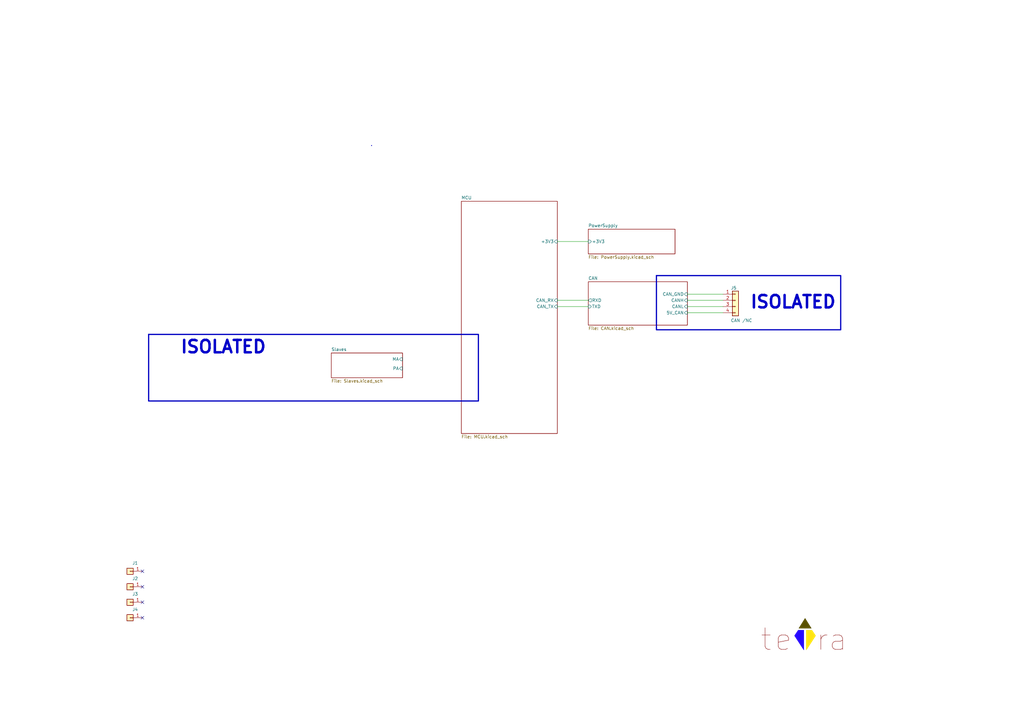
<source format=kicad_sch>
(kicad_sch
	(version 20231120)
	(generator "eeschema")
	(generator_version "8.0")
	(uuid "6a86ff6f-b159-4c4c-8a40-e732cc82e010")
	(paper "A3")
	(title_block
		(title "BMS-Master")
		(date "2024-07-23")
		(rev "V2")
		(company "teTra")
	)
	(lib_symbols
		(symbol "Connector_Generic:Conn_01x01"
			(pin_names
				(offset 1.016) hide)
			(exclude_from_sim no)
			(in_bom yes)
			(on_board yes)
			(property "Reference" "J"
				(at 0 2.54 0)
				(effects
					(font
						(size 1.27 1.27)
					)
				)
			)
			(property "Value" "Conn_01x01"
				(at 0 -2.54 0)
				(effects
					(font
						(size 1.27 1.27)
					)
				)
			)
			(property "Footprint" ""
				(at 0 0 0)
				(effects
					(font
						(size 1.27 1.27)
					)
					(hide yes)
				)
			)
			(property "Datasheet" "~"
				(at 0 0 0)
				(effects
					(font
						(size 1.27 1.27)
					)
					(hide yes)
				)
			)
			(property "Description" "Generic connector, single row, 01x01, script generated (kicad-library-utils/schlib/autogen/connector/)"
				(at 0 0 0)
				(effects
					(font
						(size 1.27 1.27)
					)
					(hide yes)
				)
			)
			(property "ki_keywords" "connector"
				(at 0 0 0)
				(effects
					(font
						(size 1.27 1.27)
					)
					(hide yes)
				)
			)
			(property "ki_fp_filters" "Connector*:*_1x??_*"
				(at 0 0 0)
				(effects
					(font
						(size 1.27 1.27)
					)
					(hide yes)
				)
			)
			(symbol "Conn_01x01_1_1"
				(rectangle
					(start -1.27 0.127)
					(end 0 -0.127)
					(stroke
						(width 0.1524)
						(type default)
					)
					(fill
						(type none)
					)
				)
				(rectangle
					(start -1.27 1.27)
					(end 1.27 -1.27)
					(stroke
						(width 0.254)
						(type default)
					)
					(fill
						(type background)
					)
				)
				(pin passive line
					(at -5.08 0 0)
					(length 3.81)
					(name "Pin_1"
						(effects
							(font
								(size 1.27 1.27)
							)
						)
					)
					(number "1"
						(effects
							(font
								(size 1.27 1.27)
							)
						)
					)
				)
			)
		)
		(symbol "Connector_Generic:Conn_01x04"
			(pin_names
				(offset 1.016) hide)
			(exclude_from_sim no)
			(in_bom yes)
			(on_board yes)
			(property "Reference" "J"
				(at 0 5.08 0)
				(effects
					(font
						(size 1.27 1.27)
					)
				)
			)
			(property "Value" "Conn_01x04"
				(at 0 -7.62 0)
				(effects
					(font
						(size 1.27 1.27)
					)
				)
			)
			(property "Footprint" "Connector_PinHeader_2.54mm:PinHeader_1x04_P2.54mm_Vertical"
				(at 0 0 0)
				(effects
					(font
						(size 1.27 1.27)
					)
					(hide yes)
				)
			)
			(property "Datasheet" "~"
				(at 0 0 0)
				(effects
					(font
						(size 1.27 1.27)
					)
					(hide yes)
				)
			)
			(property "Description" "Generic connector, single row, 01x04, script generated (kicad-library-utils/schlib/autogen/connector/)"
				(at 0 0 0)
				(effects
					(font
						(size 1.27 1.27)
					)
					(hide yes)
				)
			)
			(property "ki_keywords" "connector"
				(at 0 0 0)
				(effects
					(font
						(size 1.27 1.27)
					)
					(hide yes)
				)
			)
			(property "ki_fp_filters" "Connector*:*_1x??_*"
				(at 0 0 0)
				(effects
					(font
						(size 1.27 1.27)
					)
					(hide yes)
				)
			)
			(symbol "Conn_01x04_1_1"
				(rectangle
					(start -1.27 -4.953)
					(end 0 -5.207)
					(stroke
						(width 0.1524)
						(type default)
					)
					(fill
						(type none)
					)
				)
				(rectangle
					(start -1.27 -2.413)
					(end 0 -2.667)
					(stroke
						(width 0.1524)
						(type default)
					)
					(fill
						(type none)
					)
				)
				(rectangle
					(start -1.27 0.127)
					(end 0 -0.127)
					(stroke
						(width 0.1524)
						(type default)
					)
					(fill
						(type none)
					)
				)
				(rectangle
					(start -1.27 2.667)
					(end 0 2.413)
					(stroke
						(width 0.1524)
						(type default)
					)
					(fill
						(type none)
					)
				)
				(rectangle
					(start -1.27 3.81)
					(end 1.27 -6.35)
					(stroke
						(width 0.254)
						(type default)
					)
					(fill
						(type background)
					)
				)
				(pin passive line
					(at -5.08 2.54 0)
					(length 3.81)
					(name "Pin_1"
						(effects
							(font
								(size 1.27 1.27)
							)
						)
					)
					(number "1"
						(effects
							(font
								(size 1.27 1.27)
							)
						)
					)
				)
				(pin passive line
					(at -5.08 0 0)
					(length 3.81)
					(name "Pin_2"
						(effects
							(font
								(size 1.27 1.27)
							)
						)
					)
					(number "2"
						(effects
							(font
								(size 1.27 1.27)
							)
						)
					)
				)
				(pin passive line
					(at -5.08 -2.54 0)
					(length 3.81)
					(name "Pin_3"
						(effects
							(font
								(size 1.27 1.27)
							)
						)
					)
					(number "3"
						(effects
							(font
								(size 1.27 1.27)
							)
						)
					)
				)
				(pin passive line
					(at -5.08 -5.08 0)
					(length 3.81)
					(name "Pin_4"
						(effects
							(font
								(size 1.27 1.27)
							)
						)
					)
					(number "4"
						(effects
							(font
								(size 1.27 1.27)
							)
						)
					)
				)
			)
		)
		(symbol "Graphic:Logo_Tetra"
			(exclude_from_sim no)
			(in_bom yes)
			(on_board yes)
			(property "Reference" "U"
				(at -0.762 0 0)
				(effects
					(font
						(size 1.27 1.27)
					)
				)
			)
			(property "Value" ""
				(at -0.762 0 0)
				(effects
					(font
						(size 1.27 1.27)
					)
				)
			)
			(property "Footprint" ""
				(at -0.762 0 0)
				(effects
					(font
						(size 1.27 1.27)
					)
					(hide yes)
				)
			)
			(property "Datasheet" ""
				(at -0.762 0 0)
				(effects
					(font
						(size 1.27 1.27)
					)
					(hide yes)
				)
			)
			(property "Description" ""
				(at -0.762 0 0)
				(effects
					(font
						(size 1.27 1.27)
					)
					(hide yes)
				)
			)
			(symbol "Logo_Tetra_1_1"
				(polyline
					(pts
						(xy 0 7.366) (xy -2.54 3.302) (xy 2.54 3.302) (xy 0 7.366)
					)
					(stroke
						(width 0)
						(type default)
						(color 88 80 0 1)
					)
					(fill
						(type color)
						(color 88 80 0 1)
					)
				)
				(polyline
					(pts
						(xy -0.508 2.54) (xy -2.794 2.54) (xy -4.318 0.254) (xy -0.508 -5.588) (xy -0.508 2.54)
					)
					(stroke
						(width 0)
						(type default)
						(color 38 9 255 1)
					)
					(fill
						(type color)
						(color 38 9 255 1)
					)
				)
				(polyline
					(pts
						(xy 0.508 2.54) (xy 2.794 2.54) (xy 4.318 0.254) (xy 0.508 -5.588) (xy 0.508 2.54)
					)
					(stroke
						(width 0)
						(type default)
						(color 255 228 16 1)
					)
					(fill
						(type color)
						(color 255 228 16 1)
					)
				)
				(text "a"
					(at 13.462 -1.27 0)
					(effects
						(font
							(face "KiCad Font")
							(size 8.89 8.89)
						)
					)
				)
				(text "e"
					(at -8.89 -1.27 0)
					(effects
						(font
							(face "KiCad Font")
							(size 8.89 8.89)
						)
					)
				)
				(text "r"
					(at 7.112 -1.27 0)
					(effects
						(font
							(size 8.89 8.89)
						)
					)
				)
				(text "t"
					(at -16.002 -1.27 0)
					(effects
						(font
							(size 8.89 8.89)
						)
					)
				)
			)
		)
	)
	(no_connect
		(at 58.42 240.665)
		(uuid "063586cc-a580-48fd-89cd-ea9799bd846b")
	)
	(no_connect
		(at 58.42 247.015)
		(uuid "1032ec73-d384-495a-9208-3a628c10ef07")
	)
	(no_connect
		(at 58.42 234.315)
		(uuid "22f3973b-66c5-4045-8727-c2cdf1ca18f9")
	)
	(no_connect
		(at 58.42 253.365)
		(uuid "f48ff6f6-9760-4e31-a4e0-4b910cd0768e")
	)
	(wire
		(pts
			(xy 228.6 125.73) (xy 241.3 125.73)
		)
		(stroke
			(width 0)
			(type default)
		)
		(uuid "46e88a53-ed75-4660-bc1c-c2b95c9941ac")
	)
	(wire
		(pts
			(xy 228.6 99.06) (xy 241.3 99.06)
		)
		(stroke
			(width 0)
			(type default)
		)
		(uuid "564eaa5a-c668-48e7-8ea3-684b59fc4b93")
	)
	(wire
		(pts
			(xy 296.545 125.73) (xy 281.94 125.73)
		)
		(stroke
			(width 0)
			(type default)
		)
		(uuid "838f6985-0327-41c6-8dbe-9a7f9dc3e182")
	)
	(wire
		(pts
			(xy 281.94 123.19) (xy 296.545 123.19)
		)
		(stroke
			(width 0)
			(type default)
		)
		(uuid "a818bd30-8138-4cda-908e-843677812338")
	)
	(wire
		(pts
			(xy 228.6 123.19) (xy 241.3 123.19)
		)
		(stroke
			(width 0)
			(type default)
		)
		(uuid "bc7dd930-2602-4e2e-93c3-9599f2f9060b")
	)
	(wire
		(pts
			(xy 296.545 120.65) (xy 281.94 120.65)
		)
		(stroke
			(width 0)
			(type default)
		)
		(uuid "e37e31ce-5374-4011-af1c-816030314276")
	)
	(wire
		(pts
			(xy 281.94 128.27) (xy 296.545 128.27)
		)
		(stroke
			(width 0)
			(type default)
		)
		(uuid "fb0d7c1a-9a7c-4189-9d0b-0aabda2cc7d2")
	)
	(rectangle
		(start 152.4 59.69)
		(end 152.4 59.69)
		(stroke
			(width 0)
			(type default)
		)
		(fill
			(type none)
		)
		(uuid 16ed3026-92db-43e4-94ce-cb9942d539a9)
	)
	(rectangle
		(start 152.4 59.69)
		(end 152.4 59.69)
		(stroke
			(width 0)
			(type default)
		)
		(fill
			(type none)
		)
		(uuid 223aa8e8-e165-46dc-8004-d0f7a65ecba6)
	)
	(rectangle
		(start 152.4 59.69)
		(end 152.4 59.69)
		(stroke
			(width 0)
			(type default)
		)
		(fill
			(type none)
		)
		(uuid 2fcede93-9de7-495d-a723-2d73c73c7b6f)
	)
	(rectangle
		(start 152.4 59.69)
		(end 152.4 59.69)
		(stroke
			(width 0)
			(type default)
		)
		(fill
			(type none)
		)
		(uuid 5fbfa526-c30f-47f6-8144-7f30cec9d859)
	)
	(rectangle
		(start 152.4 59.69)
		(end 152.4 59.69)
		(stroke
			(width 0)
			(type default)
		)
		(fill
			(type none)
		)
		(uuid 6417f53f-a88b-4d4d-99b7-072470c6c0a0)
	)
	(rectangle
		(start 152.4 59.69)
		(end 152.4 59.69)
		(stroke
			(width 0)
			(type default)
		)
		(fill
			(type none)
		)
		(uuid 761ccd63-a067-48de-bb96-f182215cb15d)
	)
	(rectangle
		(start 152.4 59.69)
		(end 152.4 59.69)
		(stroke
			(width 0)
			(type default)
		)
		(fill
			(type none)
		)
		(uuid 7833effb-1ef3-4514-9423-6ce15b0e7601)
	)
	(rectangle
		(start 152.4 59.69)
		(end 152.4 59.69)
		(stroke
			(width 0)
			(type default)
		)
		(fill
			(type none)
		)
		(uuid 84c90483-45a3-4739-b73e-9c011eb5a6b3)
	)
	(rectangle
		(start 152.4 59.69)
		(end 152.4 59.69)
		(stroke
			(width 0)
			(type default)
		)
		(fill
			(type none)
		)
		(uuid a44f9e23-e56b-46ab-98e0-a509f1df9112)
	)
	(rectangle
		(start 152.4 59.69)
		(end 152.4 59.69)
		(stroke
			(width 0)
			(type default)
		)
		(fill
			(type none)
		)
		(uuid a6c3c0d5-36dd-4850-b1a5-9e9d33dbee96)
	)
	(rectangle
		(start 152.4 59.69)
		(end 152.4 59.69)
		(stroke
			(width 0)
			(type default)
		)
		(fill
			(type none)
		)
		(uuid cc05d2e2-b228-431e-bdc0-e0860c04d0cb)
	)
	(rectangle
		(start 269.24 113.03)
		(end 344.805 135.255)
		(stroke
			(width 0.5)
			(type default)
		)
		(fill
			(type none)
		)
		(uuid d1641d51-57d4-43f0-bc53-8f624be3d3a1)
	)
	(rectangle
		(start 152.4 59.69)
		(end 152.4 59.69)
		(stroke
			(width 0)
			(type default)
		)
		(fill
			(type none)
		)
		(uuid d8735071-f685-4511-9a51-ec1dbf78025d)
	)
	(rectangle
		(start 152.4 59.69)
		(end 152.4 59.69)
		(stroke
			(width 0)
			(type default)
		)
		(fill
			(type none)
		)
		(uuid ea6bb95e-e93f-4e24-b732-f58cac2dd5b5)
	)
	(rectangle
		(start 152.4 59.69)
		(end 152.4 59.69)
		(stroke
			(width 0)
			(type default)
		)
		(fill
			(type none)
		)
		(uuid ec13c14f-f372-47c6-8a1b-793204123c6b)
	)
	(rectangle
		(start 60.96 137.16)
		(end 196.215 164.465)
		(stroke
			(width 0.5)
			(type default)
		)
		(fill
			(type none)
		)
		(uuid ecd79333-2b26-4913-bd9c-63cb6b9965e8)
	)
	(rectangle
		(start 152.4 59.69)
		(end 152.4 59.69)
		(stroke
			(width 0)
			(type default)
		)
		(fill
			(type none)
		)
		(uuid ef661221-3ee0-456b-8605-67b88b2feaa8)
	)
	(rectangle
		(start 152.4 59.69)
		(end 152.4 59.69)
		(stroke
			(width 0)
			(type default)
		)
		(fill
			(type none)
		)
		(uuid fd9b1398-e4ca-40d7-b486-76ff1cab045d)
	)
	(text "ISOLATED"
		(exclude_from_sim no)
		(at 73.66 145.415 0)
		(effects
			(font
				(size 5.08 5.08)
				(thickness 1.016)
				(bold yes)
			)
			(justify left bottom)
		)
		(uuid "2f72da79-bdf8-4579-9ed1-a83544662245")
	)
	(text "ISOLATED"
		(exclude_from_sim no)
		(at 307.34 127 0)
		(effects
			(font
				(size 5.08 5.08)
				(thickness 1.016)
				(bold yes)
			)
			(justify left bottom)
		)
		(uuid "ad00bf51-f311-4529-b191-851f619e2a99")
	)
	(symbol
		(lib_id "Connector_Generic:Conn_01x01")
		(at 53.34 234.315 180)
		(unit 1)
		(exclude_from_sim no)
		(in_bom yes)
		(on_board yes)
		(dnp no)
		(uuid "14c9baf5-26bb-450a-95bd-8c9a4b49d6a4")
		(property "Reference" "J1"
			(at 55.4228 230.9368 0)
			(effects
				(font
					(size 1.27 1.27)
				)
			)
		)
		(property "Value" "Hole /NC"
			(at 55.4228 230.9114 0)
			(effects
				(font
					(size 1.27 1.27)
				)
				(hide yes)
			)
		)
		(property "Footprint" "MountingHole:MountingHole_3.2mm_M3_ISO7380_Pad"
			(at 53.34 234.315 0)
			(effects
				(font
					(size 1.27 1.27)
				)
				(hide yes)
			)
		)
		(property "Datasheet" "~"
			(at 53.34 234.315 0)
			(effects
				(font
					(size 1.27 1.27)
				)
				(hide yes)
			)
		)
		(property "Description" ""
			(at 53.34 234.315 0)
			(effects
				(font
					(size 1.27 1.27)
				)
				(hide yes)
			)
		)
		(property "MPN" "N/A"
			(at 53.34 234.315 0)
			(effects
				(font
					(size 1.27 1.27)
				)
				(hide yes)
			)
		)
		(pin "1"
			(uuid "ead4ebea-108e-4516-8b66-8e8b7f754ea0")
		)
		(instances
			(project "LTC6811_ESP32_V1p21"
				(path "/6a86ff6f-b159-4c4c-8a40-e732cc82e010"
					(reference "J1")
					(unit 1)
				)
			)
			(project "LTC6811"
				(path "/c4061cfa-a05d-44c7-ba89-bb211c8b143a"
					(reference "J?")
					(unit 1)
				)
			)
		)
	)
	(symbol
		(lib_id "Connector_Generic:Conn_01x01")
		(at 53.34 240.665 180)
		(unit 1)
		(exclude_from_sim no)
		(in_bom yes)
		(on_board yes)
		(dnp no)
		(uuid "8a2e89e0-4d88-47d1-9c9d-dd4806326183")
		(property "Reference" "J2"
			(at 55.4228 237.2868 0)
			(effects
				(font
					(size 1.27 1.27)
				)
			)
		)
		(property "Value" "Hole /NC"
			(at 55.4228 237.2614 0)
			(effects
				(font
					(size 1.27 1.27)
				)
				(hide yes)
			)
		)
		(property "Footprint" "MountingHole:MountingHole_3.2mm_M3_ISO7380_Pad"
			(at 53.34 240.665 0)
			(effects
				(font
					(size 1.27 1.27)
				)
				(hide yes)
			)
		)
		(property "Datasheet" "~"
			(at 53.34 240.665 0)
			(effects
				(font
					(size 1.27 1.27)
				)
				(hide yes)
			)
		)
		(property "Description" ""
			(at 53.34 240.665 0)
			(effects
				(font
					(size 1.27 1.27)
				)
				(hide yes)
			)
		)
		(property "MPN" "N/A"
			(at 53.34 240.665 0)
			(effects
				(font
					(size 1.27 1.27)
				)
				(hide yes)
			)
		)
		(pin "1"
			(uuid "1d4c8cfb-70c1-4098-8eeb-3ed5d39d6e8b")
		)
		(instances
			(project "LTC6811_ESP32_V1p21"
				(path "/6a86ff6f-b159-4c4c-8a40-e732cc82e010"
					(reference "J2")
					(unit 1)
				)
			)
			(project "LTC6811"
				(path "/c4061cfa-a05d-44c7-ba89-bb211c8b143a"
					(reference "J?")
					(unit 1)
				)
			)
		)
	)
	(symbol
		(lib_id "Connector_Generic:Conn_01x01")
		(at 53.34 247.015 180)
		(unit 1)
		(exclude_from_sim no)
		(in_bom yes)
		(on_board yes)
		(dnp no)
		(uuid "8bb2778d-bd02-4535-aa6e-74bedd04d6ad")
		(property "Reference" "J3"
			(at 55.4228 243.6368 0)
			(effects
				(font
					(size 1.27 1.27)
				)
			)
		)
		(property "Value" "Hole /NC"
			(at 55.4228 243.6114 0)
			(effects
				(font
					(size 1.27 1.27)
				)
				(hide yes)
			)
		)
		(property "Footprint" "MountingHole:MountingHole_3.2mm_M3_ISO7380_Pad"
			(at 53.34 247.015 0)
			(effects
				(font
					(size 1.27 1.27)
				)
				(hide yes)
			)
		)
		(property "Datasheet" "~"
			(at 53.34 247.015 0)
			(effects
				(font
					(size 1.27 1.27)
				)
				(hide yes)
			)
		)
		(property "Description" ""
			(at 53.34 247.015 0)
			(effects
				(font
					(size 1.27 1.27)
				)
				(hide yes)
			)
		)
		(property "MPN" "N/A"
			(at 53.34 247.015 0)
			(effects
				(font
					(size 1.27 1.27)
				)
				(hide yes)
			)
		)
		(pin "1"
			(uuid "101ee9da-b5f8-4c0b-b96c-ee1ee27031c9")
		)
		(instances
			(project "LTC6811_ESP32_V1p21"
				(path "/6a86ff6f-b159-4c4c-8a40-e732cc82e010"
					(reference "J3")
					(unit 1)
				)
			)
			(project "LTC6811"
				(path "/c4061cfa-a05d-44c7-ba89-bb211c8b143a"
					(reference "J?")
					(unit 1)
				)
			)
		)
	)
	(symbol
		(lib_id "Connector_Generic:Conn_01x01")
		(at 53.34 253.365 180)
		(unit 1)
		(exclude_from_sim no)
		(in_bom yes)
		(on_board yes)
		(dnp no)
		(uuid "92debd96-33ac-4027-b04a-6747f6db4290")
		(property "Reference" "J4"
			(at 55.4228 249.9868 0)
			(effects
				(font
					(size 1.27 1.27)
				)
			)
		)
		(property "Value" "Hole /NC"
			(at 55.4228 249.9614 0)
			(effects
				(font
					(size 1.27 1.27)
				)
				(hide yes)
			)
		)
		(property "Footprint" "MountingHole:MountingHole_3.2mm_M3_ISO7380_Pad"
			(at 53.34 253.365 0)
			(effects
				(font
					(size 1.27 1.27)
				)
				(hide yes)
			)
		)
		(property "Datasheet" "~"
			(at 53.34 253.365 0)
			(effects
				(font
					(size 1.27 1.27)
				)
				(hide yes)
			)
		)
		(property "Description" ""
			(at 53.34 253.365 0)
			(effects
				(font
					(size 1.27 1.27)
				)
				(hide yes)
			)
		)
		(property "MPN" "N/A"
			(at 53.34 253.365 0)
			(effects
				(font
					(size 1.27 1.27)
				)
				(hide yes)
			)
		)
		(pin "1"
			(uuid "f8294e80-7530-4474-a588-b397de900e85")
		)
		(instances
			(project "LTC6811_ESP32_V1p21"
				(path "/6a86ff6f-b159-4c4c-8a40-e732cc82e010"
					(reference "J4")
					(unit 1)
				)
			)
			(project "LTC6811"
				(path "/c4061cfa-a05d-44c7-ba89-bb211c8b143a"
					(reference "J?")
					(unit 1)
				)
			)
		)
	)
	(symbol
		(lib_id "Connector_Generic:Conn_01x04")
		(at 301.625 123.19 0)
		(unit 1)
		(exclude_from_sim no)
		(in_bom yes)
		(on_board yes)
		(dnp no)
		(uuid "dfa3421d-f1bc-4f8a-9f76-d385d7166dae")
		(property "Reference" "J5"
			(at 299.72 118.11 0)
			(effects
				(font
					(size 1.27 1.27)
				)
				(justify left)
			)
		)
		(property "Value" "CAN /NC"
			(at 299.72 131.445 0)
			(effects
				(font
					(size 1.27 1.27)
				)
				(justify left)
			)
		)
		(property "Footprint" "Connector_PinHeader_2.54mm:PinHeader_1x04_P2.54mm_Vertical"
			(at 301.625 123.19 0)
			(effects
				(font
					(size 1.27 1.27)
				)
				(hide yes)
			)
		)
		(property "Datasheet" "https://cdn.amphenol-cs.com/media/wysiwyg/files/drawing/g800wxxxxxxeu_1.pdf"
			(at 301.625 123.19 0)
			(effects
				(font
					(size 1.27 1.27)
				)
				(hide yes)
			)
		)
		(property "Description" "Connector Header Through Hole 4 position 0.100\" (2.54mm)"
			(at 301.625 123.19 0)
			(effects
				(font
					(size 1.27 1.27)
				)
				(hide yes)
			)
		)
		(property "Link" "https://www.digikey.jp/en/products/detail/amphenol-cs-commercial-products/G800W304018EU/13682993"
			(at 301.625 123.19 0)
			(effects
				(font
					(size 1.27 1.27)
				)
				(hide yes)
			)
		)
		(property "MPN" "G800W304018EU"
			(at 301.625 123.19 0)
			(effects
				(font
					(size 1.27 1.27)
				)
				(hide yes)
			)
		)
		(pin "1"
			(uuid "f76bcf01-8ff2-4de4-82eb-e304954d7389")
		)
		(pin "2"
			(uuid "f771fc59-f187-4166-b847-69c9d3e15f99")
		)
		(pin "3"
			(uuid "4428bf24-1201-47c2-ab28-ddef0301aaf6")
		)
		(pin "4"
			(uuid "8097647d-0e20-447c-a41a-8b4f28721bd1")
		)
		(instances
			(project "LTC6811_ESP32_V1p21"
				(path "/6a86ff6f-b159-4c4c-8a40-e732cc82e010"
					(reference "J5")
					(unit 1)
				)
			)
			(project "L9963E+ESP32"
				(path "/e9bba7f0-c10d-45df-9f8e-74901087917a"
					(reference "J?")
					(unit 1)
				)
			)
		)
	)
	(symbol
		(lib_id "Graphic:Logo_Tetra")
		(at 330.2 260.985 0)
		(unit 1)
		(exclude_from_sim no)
		(in_bom no)
		(on_board yes)
		(dnp no)
		(fields_autoplaced yes)
		(uuid "fa65b393-8ebe-4854-9176-2af361d7981a")
		(property "Reference" "LOGO1"
			(at 337.947 252.222 0)
			(effects
				(font
					(size 1.27 1.27)
				)
				(hide yes)
			)
		)
		(property "Value" "teTra /NC"
			(at 330.454 253.111 0)
			(effects
				(font
					(size 1.27 1.27)
				)
				(hide yes)
			)
		)
		(property "Footprint" "Symbol:teTra-LOGO"
			(at 329.438 260.985 0)
			(effects
				(font
					(size 1.27 1.27)
				)
				(hide yes)
			)
		)
		(property "Datasheet" ""
			(at 329.438 260.985 0)
			(effects
				(font
					(size 1.27 1.27)
				)
				(hide yes)
			)
		)
		(property "Description" ""
			(at 329.438 260.985 0)
			(effects
				(font
					(size 1.27 1.27)
				)
				(hide yes)
			)
		)
		(instances
			(project "LTC6811_ESP32_V1p21"
				(path "/6a86ff6f-b159-4c4c-8a40-e732cc82e010"
					(reference "LOGO1")
					(unit 1)
				)
			)
		)
	)
	(sheet
		(at 241.3 115.57)
		(size 40.64 17.78)
		(fields_autoplaced yes)
		(stroke
			(width 0)
			(type solid)
		)
		(fill
			(color 0 0 0 0.0000)
		)
		(uuid "00000000-0000-0000-0000-00005a91e16c")
		(property "Sheetname" "CAN"
			(at 241.3 114.8584 0)
			(effects
				(font
					(size 1.27 1.27)
				)
				(justify left bottom)
			)
		)
		(property "Sheetfile" "CAN.kicad_sch"
			(at 241.3 133.9346 0)
			(effects
				(font
					(size 1.27 1.27)
				)
				(justify left top)
			)
		)
		(pin "CANH" input
			(at 281.94 123.19 0)
			(effects
				(font
					(size 1.27 1.27)
				)
				(justify right)
			)
			(uuid "603cb568-ebc1-4fb6-ad4d-523b4f90a4ad")
		)
		(pin "CANL" input
			(at 281.94 125.73 0)
			(effects
				(font
					(size 1.27 1.27)
				)
				(justify right)
			)
			(uuid "dbc4cbb2-74f1-400f-839d-53dbbfc07e98")
		)
		(pin "5V_CAN" input
			(at 281.94 128.27 0)
			(effects
				(font
					(size 1.27 1.27)
				)
				(justify right)
			)
			(uuid "49bb8ecc-7616-40e5-ad46-d7cc552fff35")
		)
		(pin "CAN_GND" input
			(at 281.94 120.65 0)
			(effects
				(font
					(size 1.27 1.27)
				)
				(justify right)
			)
			(uuid "4b944d34-353b-447d-9456-5cc627305f7b")
		)
		(pin "RXD" output
			(at 241.3 123.19 180)
			(effects
				(font
					(size 1.27 1.27)
				)
				(justify left)
			)
			(uuid "e7c02fdc-da22-4866-ac26-2eac3a7cf0ac")
		)
		(pin "TXD" input
			(at 241.3 125.73 180)
			(effects
				(font
					(size 1.27 1.27)
				)
				(justify left)
			)
			(uuid "43930b09-b929-4bb1-977f-413e25e60f62")
		)
		(instances
			(project "LTC6811_ESP32_V2"
				(path "/6a86ff6f-b159-4c4c-8a40-e732cc82e010"
					(page "5")
				)
			)
		)
	)
	(sheet
		(at 189.23 82.55)
		(size 39.37 95.25)
		(fields_autoplaced yes)
		(stroke
			(width 0)
			(type solid)
		)
		(fill
			(color 0 0 0 0.0000)
		)
		(uuid "00000000-0000-0000-0000-00005ab72d4d")
		(property "Sheetname" "MCU"
			(at 189.23 81.8384 0)
			(effects
				(font
					(size 1.27 1.27)
				)
				(justify left bottom)
			)
		)
		(property "Sheetfile" "MCU.kicad_sch"
			(at 189.23 178.3846 0)
			(effects
				(font
					(size 1.27 1.27)
				)
				(justify left top)
			)
		)
		(pin "CAN_RX" input
			(at 228.6 123.19 0)
			(effects
				(font
					(size 1.27 1.27)
				)
				(justify right)
			)
			(uuid "d1826ec9-7344-48ad-b778-b6009e5bc8bd")
		)
		(pin "CAN_TX" input
			(at 228.6 125.73 0)
			(effects
				(font
					(size 1.27 1.27)
				)
				(justify right)
			)
			(uuid "6f79f6be-c76f-425b-a542-e6d60e8fa403")
		)
		(pin "+3V3" input
			(at 228.6 99.06 0)
			(effects
				(font
					(size 1.27 1.27)
				)
				(justify right)
			)
			(uuid "82fbfbb5-ea53-4cdd-8007-f46a8d4dc305")
		)
		(instances
			(project "LTC6811_ESP32_V2"
				(path "/6a86ff6f-b159-4c4c-8a40-e732cc82e010"
					(page "4")
				)
			)
		)
	)
	(sheet
		(at 241.3 93.98)
		(size 35.56 10.16)
		(fields_autoplaced yes)
		(stroke
			(width 0)
			(type solid)
		)
		(fill
			(color 0 0 0 0.0000)
		)
		(uuid "00000000-0000-0000-0000-00005ac18063")
		(property "Sheetname" "PowerSupply"
			(at 241.3 93.2684 0)
			(effects
				(font
					(size 1.27 1.27)
				)
				(justify left bottom)
			)
		)
		(property "Sheetfile" "PowerSupply.kicad_sch"
			(at 241.3 104.7246 0)
			(effects
				(font
					(size 1.27 1.27)
				)
				(justify left top)
			)
		)
		(pin "+3V3" input
			(at 241.3 99.06 180)
			(effects
				(font
					(size 1.27 1.27)
				)
				(justify left)
			)
			(uuid "c9189066-8e08-4224-b150-4d917bf7f531")
		)
		(instances
			(project "LTC6811_ESP32_V2"
				(path "/6a86ff6f-b159-4c4c-8a40-e732cc82e010"
					(page "3")
				)
			)
		)
	)
	(sheet
		(at 135.89 144.78)
		(size 29.21 10.16)
		(fields_autoplaced yes)
		(stroke
			(width 0.1524)
			(type solid)
		)
		(fill
			(color 0 0 0 0.0000)
		)
		(uuid "6b51f869-3fd5-42f9-b3ca-66a1d105433e")
		(property "Sheetname" "Slaves"
			(at 135.89 144.0684 0)
			(effects
				(font
					(size 1.27 1.27)
				)
				(justify left bottom)
			)
		)
		(property "Sheetfile" "Slaves.kicad_sch"
			(at 135.89 155.5246 0)
			(effects
				(font
					(size 1.27 1.27)
				)
				(justify left top)
			)
		)
		(pin "PA" input
			(at 165.1 151.13 0)
			(effects
				(font
					(size 1.27 1.27)
				)
				(justify right)
			)
			(uuid "4c819074-0508-4569-b003-9d82d81ffa8f")
		)
		(pin "MA" input
			(at 165.1 147.32 0)
			(effects
				(font
					(size 1.27 1.27)
				)
				(justify right)
			)
			(uuid "56341c71-6576-4d1e-9b02-ac01e66d5916")
		)
		(instances
			(project "LTC6811_ESP32_V2"
				(path "/6a86ff6f-b159-4c4c-8a40-e732cc82e010"
					(page "6")
				)
			)
		)
	)
	(sheet_instances
		(path "/"
			(page "1")
		)
	)
)

</source>
